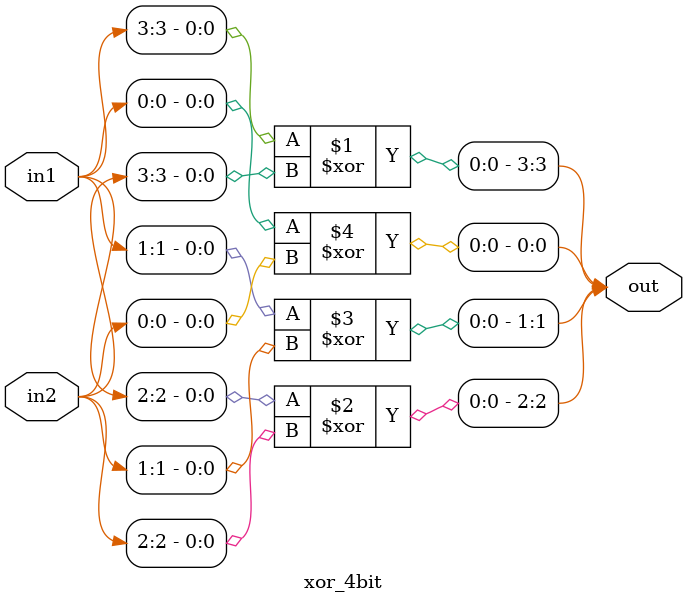
<source format=v>
module xor_4bit(out,in1,in2);
input [3:0] in1, in2;
output [3:0] out;

xor t1(out[3], in1[3], in2[3]);
xor t2(out[2], in1[2], in2[2]);
xor t3(out[1], in1[1], in2[1]);
xor t4(out[0], in1[0], in2[0]);
	 
endmodule
</source>
